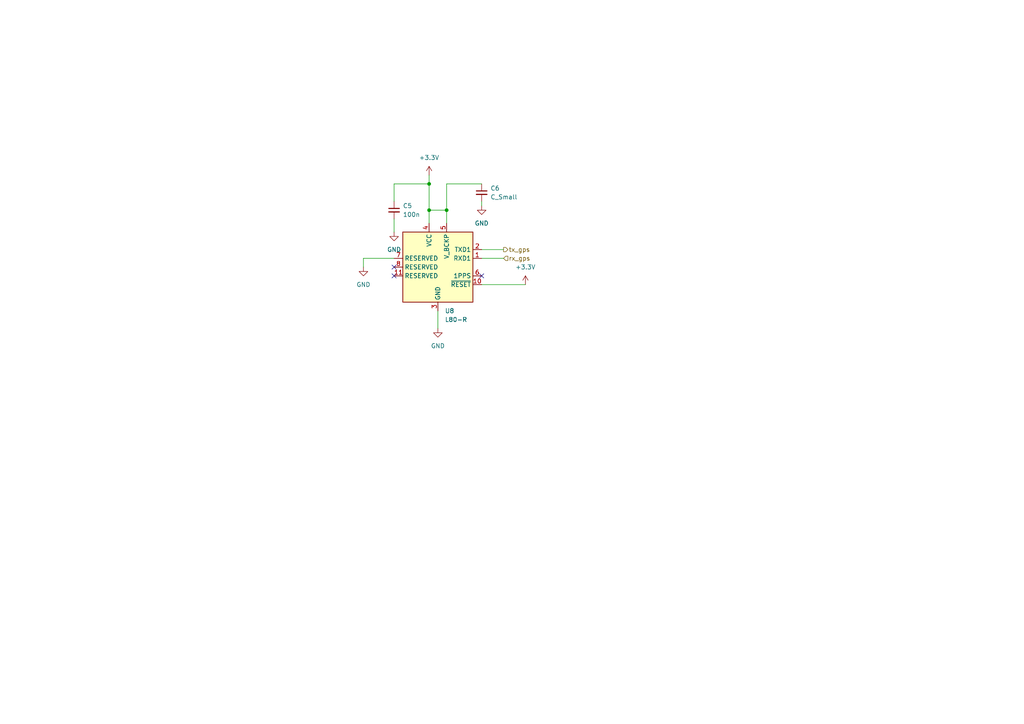
<source format=kicad_sch>
(kicad_sch (version 20211123) (generator eeschema)

  (uuid adc56b90-23c5-4132-880e-15d702c52477)

  (paper "A4")

  (lib_symbols
    (symbol "Device:C_Small" (pin_numbers hide) (pin_names (offset 0.254) hide) (in_bom yes) (on_board yes)
      (property "Reference" "C" (id 0) (at 0.254 1.778 0)
        (effects (font (size 1.27 1.27)) (justify left))
      )
      (property "Value" "C_Small" (id 1) (at 0.254 -2.032 0)
        (effects (font (size 1.27 1.27)) (justify left))
      )
      (property "Footprint" "" (id 2) (at 0 0 0)
        (effects (font (size 1.27 1.27)) hide)
      )
      (property "Datasheet" "~" (id 3) (at 0 0 0)
        (effects (font (size 1.27 1.27)) hide)
      )
      (property "ki_keywords" "capacitor cap" (id 4) (at 0 0 0)
        (effects (font (size 1.27 1.27)) hide)
      )
      (property "ki_description" "Unpolarized capacitor, small symbol" (id 5) (at 0 0 0)
        (effects (font (size 1.27 1.27)) hide)
      )
      (property "ki_fp_filters" "C_*" (id 6) (at 0 0 0)
        (effects (font (size 1.27 1.27)) hide)
      )
      (symbol "C_Small_0_1"
        (polyline
          (pts
            (xy -1.524 -0.508)
            (xy 1.524 -0.508)
          )
          (stroke (width 0.3302) (type default) (color 0 0 0 0))
          (fill (type none))
        )
        (polyline
          (pts
            (xy -1.524 0.508)
            (xy 1.524 0.508)
          )
          (stroke (width 0.3048) (type default) (color 0 0 0 0))
          (fill (type none))
        )
      )
      (symbol "C_Small_1_1"
        (pin passive line (at 0 2.54 270) (length 2.032)
          (name "~" (effects (font (size 1.27 1.27))))
          (number "1" (effects (font (size 1.27 1.27))))
        )
        (pin passive line (at 0 -2.54 90) (length 2.032)
          (name "~" (effects (font (size 1.27 1.27))))
          (number "2" (effects (font (size 1.27 1.27))))
        )
      )
    )
    (symbol "RF_GPS:L80-R" (in_bom yes) (on_board yes)
      (property "Reference" "U" (id 0) (at -10.16 11.43 0)
        (effects (font (size 1.27 1.27)) (justify left))
      )
      (property "Value" "L80-R" (id 1) (at 10.16 11.43 0)
        (effects (font (size 1.27 1.27)) (justify right))
      )
      (property "Footprint" "RF_GPS:Quectel_L80-R" (id 2) (at 0 -22.86 0)
        (effects (font (size 1.27 1.27)) hide)
      )
      (property "Datasheet" "https://www.quectel.com/UploadImage/Downlad/Quectel_L80-R_Hardware_Design_V1.2.pdf" (id 3) (at 0 0 0)
        (effects (font (size 1.27 1.27)) hide)
      )
      (property "ki_keywords" "quectel GPS GNSS module" (id 4) (at 0 0 0)
        (effects (font (size 1.27 1.27)) hide)
      )
      (property "ki_description" "Quectel GPS Module" (id 5) (at 0 0 0)
        (effects (font (size 1.27 1.27)) hide)
      )
      (property "ki_fp_filters" "Quectel*L80*R*" (id 6) (at 0 0 0)
        (effects (font (size 1.27 1.27)) hide)
      )
      (symbol "L80-R_0_1"
        (rectangle (start -10.16 10.16) (end 10.16 -10.16)
          (stroke (width 0.254) (type default) (color 0 0 0 0))
          (fill (type background))
        )
      )
      (symbol "L80-R_1_1"
        (pin input line (at 12.7 2.54 180) (length 2.54)
          (name "RXD1" (effects (font (size 1.27 1.27))))
          (number "1" (effects (font (size 1.27 1.27))))
        )
        (pin input line (at 12.7 -5.08 180) (length 2.54)
          (name "~{RESET}" (effects (font (size 1.27 1.27))))
          (number "10" (effects (font (size 1.27 1.27))))
        )
        (pin passive line (at -12.7 -2.54 0) (length 2.54)
          (name "RESERVED" (effects (font (size 1.27 1.27))))
          (number "11" (effects (font (size 1.27 1.27))))
        )
        (pin passive line (at 0 -12.7 90) (length 2.54) hide
          (name "GND" (effects (font (size 1.27 1.27))))
          (number "12" (effects (font (size 1.27 1.27))))
        )
        (pin output line (at 12.7 5.08 180) (length 2.54)
          (name "TXD1" (effects (font (size 1.27 1.27))))
          (number "2" (effects (font (size 1.27 1.27))))
        )
        (pin power_in line (at 0 -12.7 90) (length 2.54)
          (name "GND" (effects (font (size 1.27 1.27))))
          (number "3" (effects (font (size 1.27 1.27))))
        )
        (pin power_in line (at -2.54 12.7 270) (length 2.54)
          (name "VCC" (effects (font (size 1.27 1.27))))
          (number "4" (effects (font (size 1.27 1.27))))
        )
        (pin power_in line (at 2.54 12.7 270) (length 2.54)
          (name "V_BCKP" (effects (font (size 1.27 1.27))))
          (number "5" (effects (font (size 1.27 1.27))))
        )
        (pin output line (at 12.7 -2.54 180) (length 2.54)
          (name "1PPS" (effects (font (size 1.27 1.27))))
          (number "6" (effects (font (size 1.27 1.27))))
        )
        (pin passive line (at -12.7 2.54 0) (length 2.54)
          (name "RESERVED" (effects (font (size 1.27 1.27))))
          (number "7" (effects (font (size 1.27 1.27))))
        )
        (pin passive line (at -12.7 0 0) (length 2.54)
          (name "RESERVED" (effects (font (size 1.27 1.27))))
          (number "8" (effects (font (size 1.27 1.27))))
        )
        (pin no_connect line (at 10.16 0 180) (length 2.54) hide
          (name "NC" (effects (font (size 1.27 1.27))))
          (number "9" (effects (font (size 1.27 1.27))))
        )
      )
    )
    (symbol "power:+3.3V" (power) (pin_names (offset 0)) (in_bom yes) (on_board yes)
      (property "Reference" "#PWR" (id 0) (at 0 -3.81 0)
        (effects (font (size 1.27 1.27)) hide)
      )
      (property "Value" "+3.3V" (id 1) (at 0 3.556 0)
        (effects (font (size 1.27 1.27)))
      )
      (property "Footprint" "" (id 2) (at 0 0 0)
        (effects (font (size 1.27 1.27)) hide)
      )
      (property "Datasheet" "" (id 3) (at 0 0 0)
        (effects (font (size 1.27 1.27)) hide)
      )
      (property "ki_keywords" "power-flag" (id 4) (at 0 0 0)
        (effects (font (size 1.27 1.27)) hide)
      )
      (property "ki_description" "Power symbol creates a global label with name \"+3.3V\"" (id 5) (at 0 0 0)
        (effects (font (size 1.27 1.27)) hide)
      )
      (symbol "+3.3V_0_1"
        (polyline
          (pts
            (xy -0.762 1.27)
            (xy 0 2.54)
          )
          (stroke (width 0) (type default) (color 0 0 0 0))
          (fill (type none))
        )
        (polyline
          (pts
            (xy 0 0)
            (xy 0 2.54)
          )
          (stroke (width 0) (type default) (color 0 0 0 0))
          (fill (type none))
        )
        (polyline
          (pts
            (xy 0 2.54)
            (xy 0.762 1.27)
          )
          (stroke (width 0) (type default) (color 0 0 0 0))
          (fill (type none))
        )
      )
      (symbol "+3.3V_1_1"
        (pin power_in line (at 0 0 90) (length 0) hide
          (name "+3.3V" (effects (font (size 1.27 1.27))))
          (number "1" (effects (font (size 1.27 1.27))))
        )
      )
    )
    (symbol "power:GND" (power) (pin_names (offset 0)) (in_bom yes) (on_board yes)
      (property "Reference" "#PWR" (id 0) (at 0 -6.35 0)
        (effects (font (size 1.27 1.27)) hide)
      )
      (property "Value" "GND" (id 1) (at 0 -3.81 0)
        (effects (font (size 1.27 1.27)))
      )
      (property "Footprint" "" (id 2) (at 0 0 0)
        (effects (font (size 1.27 1.27)) hide)
      )
      (property "Datasheet" "" (id 3) (at 0 0 0)
        (effects (font (size 1.27 1.27)) hide)
      )
      (property "ki_keywords" "power-flag" (id 4) (at 0 0 0)
        (effects (font (size 1.27 1.27)) hide)
      )
      (property "ki_description" "Power symbol creates a global label with name \"GND\" , ground" (id 5) (at 0 0 0)
        (effects (font (size 1.27 1.27)) hide)
      )
      (symbol "GND_0_1"
        (polyline
          (pts
            (xy 0 0)
            (xy 0 -1.27)
            (xy 1.27 -1.27)
            (xy 0 -2.54)
            (xy -1.27 -1.27)
            (xy 0 -1.27)
          )
          (stroke (width 0) (type default) (color 0 0 0 0))
          (fill (type none))
        )
      )
      (symbol "GND_1_1"
        (pin power_in line (at 0 0 270) (length 0) hide
          (name "GND" (effects (font (size 1.27 1.27))))
          (number "1" (effects (font (size 1.27 1.27))))
        )
      )
    )
  )

  (junction (at 124.46 60.96) (diameter 0) (color 0 0 0 0)
    (uuid 18eac7c7-cb68-47ae-9a53-7d7b8276cbfe)
  )
  (junction (at 129.54 60.96) (diameter 0) (color 0 0 0 0)
    (uuid 989c38d1-7b67-4632-957c-0abd138af0fd)
  )
  (junction (at 124.46 53.34) (diameter 0) (color 0 0 0 0)
    (uuid e2074467-c158-4844-bbeb-a7bd1ae157b0)
  )

  (no_connect (at 114.3 80.01) (uuid 262ea6c6-dfbf-4e31-9e78-4d223c41e540))
  (no_connect (at 139.7 80.01) (uuid 4ec34c27-ee08-4283-9565-85011218b15b))
  (no_connect (at 114.3 77.47) (uuid a50820e1-c3fc-4612-b30e-5ff637f50343))

  (wire (pts (xy 114.3 53.34) (xy 124.46 53.34))
    (stroke (width 0) (type default) (color 0 0 0 0))
    (uuid 1cc06321-14eb-4a12-a1cd-f81aac513d59)
  )
  (wire (pts (xy 114.3 63.5) (xy 114.3 67.31))
    (stroke (width 0) (type default) (color 0 0 0 0))
    (uuid 1ff8b663-ac64-49b2-9d71-501432bfabb3)
  )
  (wire (pts (xy 114.3 74.93) (xy 105.41 74.93))
    (stroke (width 0) (type default) (color 0 0 0 0))
    (uuid 272cfbb8-016c-487e-abd8-2b9dd3234421)
  )
  (wire (pts (xy 139.7 53.34) (xy 129.54 53.34))
    (stroke (width 0) (type default) (color 0 0 0 0))
    (uuid 3a1cdfe5-756d-4983-bf0e-20f20db0cce7)
  )
  (wire (pts (xy 124.46 53.34) (xy 124.46 60.96))
    (stroke (width 0) (type default) (color 0 0 0 0))
    (uuid 3b5b7f70-0f13-4a2b-8c9d-ed16ac094c00)
  )
  (wire (pts (xy 127 90.17) (xy 127 95.25))
    (stroke (width 0) (type default) (color 0 0 0 0))
    (uuid 4f2d2855-ce72-4430-8ae1-9f264a0dce43)
  )
  (wire (pts (xy 129.54 53.34) (xy 129.54 60.96))
    (stroke (width 0) (type default) (color 0 0 0 0))
    (uuid 6f544439-5b4d-4026-9dee-752a53b4b6f1)
  )
  (wire (pts (xy 139.7 72.39) (xy 146.05 72.39))
    (stroke (width 0) (type default) (color 0 0 0 0))
    (uuid 74609a2a-23e7-4618-b5a6-02604b11dc4a)
  )
  (wire (pts (xy 124.46 60.96) (xy 124.46 64.77))
    (stroke (width 0) (type default) (color 0 0 0 0))
    (uuid 8db56765-2441-438d-a8c8-58a4f4cab77b)
  )
  (wire (pts (xy 139.7 74.93) (xy 146.05 74.93))
    (stroke (width 0) (type default) (color 0 0 0 0))
    (uuid 90c59bb4-6351-4c34-adc6-3e69b8702254)
  )
  (wire (pts (xy 124.46 60.96) (xy 129.54 60.96))
    (stroke (width 0) (type default) (color 0 0 0 0))
    (uuid bacb5176-47c1-40cb-8751-9985d1ba2b91)
  )
  (wire (pts (xy 139.7 82.55) (xy 152.4 82.55))
    (stroke (width 0) (type default) (color 0 0 0 0))
    (uuid be0f95d7-b5c7-4095-9820-9fdbafee9999)
  )
  (wire (pts (xy 105.41 74.93) (xy 105.41 77.47))
    (stroke (width 0) (type default) (color 0 0 0 0))
    (uuid c10e5751-e29c-4bdf-b878-13f1232aac21)
  )
  (wire (pts (xy 129.54 60.96) (xy 129.54 64.77))
    (stroke (width 0) (type default) (color 0 0 0 0))
    (uuid d46274e6-4809-44aa-a0dc-e01cde74706b)
  )
  (wire (pts (xy 124.46 50.8) (xy 124.46 53.34))
    (stroke (width 0) (type default) (color 0 0 0 0))
    (uuid d7374a73-30cb-4788-a083-3f205a095708)
  )
  (wire (pts (xy 139.7 58.42) (xy 139.7 59.69))
    (stroke (width 0) (type default) (color 0 0 0 0))
    (uuid ee61fdf7-d229-48b6-afa9-e6774b458b7e)
  )
  (wire (pts (xy 114.3 58.42) (xy 114.3 53.34))
    (stroke (width 0) (type default) (color 0 0 0 0))
    (uuid fb93bb4f-d2e2-464a-9d47-3c4cdff1d614)
  )

  (hierarchical_label "rx_gps" (shape input) (at 146.05 74.93 0)
    (effects (font (size 1.27 1.27)) (justify left))
    (uuid 190dba69-01ef-4122-bd94-725b42f90fa2)
  )
  (hierarchical_label "tx_gps" (shape output) (at 146.05 72.39 0)
    (effects (font (size 1.27 1.27)) (justify left))
    (uuid ed39e19e-1fce-45b7-9831-667ad12a45ce)
  )

  (symbol (lib_id "power:GND") (at 105.41 77.47 0) (unit 1)
    (in_bom yes) (on_board yes) (fields_autoplaced)
    (uuid 0a44785f-2110-412d-96eb-6722a7a5ab1f)
    (property "Reference" "#PWR0120" (id 0) (at 105.41 83.82 0)
      (effects (font (size 1.27 1.27)) hide)
    )
    (property "Value" "GND" (id 1) (at 105.41 82.55 0))
    (property "Footprint" "" (id 2) (at 105.41 77.47 0)
      (effects (font (size 1.27 1.27)) hide)
    )
    (property "Datasheet" "" (id 3) (at 105.41 77.47 0)
      (effects (font (size 1.27 1.27)) hide)
    )
    (pin "1" (uuid b19e1453-188d-45c9-abd1-dc09d3a9599e))
  )

  (symbol (lib_id "power:+3.3V") (at 152.4 82.55 0) (unit 1)
    (in_bom yes) (on_board yes) (fields_autoplaced)
    (uuid 10b923c3-065c-4023-9bbc-30cd7bf2354c)
    (property "Reference" "#PWR0117" (id 0) (at 152.4 86.36 0)
      (effects (font (size 1.27 1.27)) hide)
    )
    (property "Value" "+3.3V" (id 1) (at 152.4 77.47 0))
    (property "Footprint" "" (id 2) (at 152.4 82.55 0)
      (effects (font (size 1.27 1.27)) hide)
    )
    (property "Datasheet" "" (id 3) (at 152.4 82.55 0)
      (effects (font (size 1.27 1.27)) hide)
    )
    (pin "1" (uuid 252393a6-9451-4fe9-8775-404634244c08))
  )

  (symbol (lib_id "power:+3.3V") (at 124.46 50.8 0) (unit 1)
    (in_bom yes) (on_board yes) (fields_autoplaced)
    (uuid 1ee81a30-611e-4380-9177-1ef7628139f5)
    (property "Reference" "#PWR0121" (id 0) (at 124.46 54.61 0)
      (effects (font (size 1.27 1.27)) hide)
    )
    (property "Value" "+3.3V" (id 1) (at 124.46 45.72 0))
    (property "Footprint" "" (id 2) (at 124.46 50.8 0)
      (effects (font (size 1.27 1.27)) hide)
    )
    (property "Datasheet" "" (id 3) (at 124.46 50.8 0)
      (effects (font (size 1.27 1.27)) hide)
    )
    (pin "1" (uuid 38695acc-c713-44ee-950c-42c4b70f552f))
  )

  (symbol (lib_id "power:GND") (at 114.3 67.31 0) (unit 1)
    (in_bom yes) (on_board yes) (fields_autoplaced)
    (uuid 3e0f4f79-4856-4617-b244-84c8dc7f82b6)
    (property "Reference" "#PWR0119" (id 0) (at 114.3 73.66 0)
      (effects (font (size 1.27 1.27)) hide)
    )
    (property "Value" "GND" (id 1) (at 114.3 72.39 0))
    (property "Footprint" "" (id 2) (at 114.3 67.31 0)
      (effects (font (size 1.27 1.27)) hide)
    )
    (property "Datasheet" "" (id 3) (at 114.3 67.31 0)
      (effects (font (size 1.27 1.27)) hide)
    )
    (pin "1" (uuid 3d632bf8-1ccc-41db-8c3e-b4ed0d13bab6))
  )

  (symbol (lib_id "power:GND") (at 127 95.25 0) (unit 1)
    (in_bom yes) (on_board yes) (fields_autoplaced)
    (uuid 4a1d957d-a892-401c-acb1-232be5e47fcd)
    (property "Reference" "#PWR0118" (id 0) (at 127 101.6 0)
      (effects (font (size 1.27 1.27)) hide)
    )
    (property "Value" "GND" (id 1) (at 127 100.33 0))
    (property "Footprint" "" (id 2) (at 127 95.25 0)
      (effects (font (size 1.27 1.27)) hide)
    )
    (property "Datasheet" "" (id 3) (at 127 95.25 0)
      (effects (font (size 1.27 1.27)) hide)
    )
    (pin "1" (uuid 1969cc47-479b-45a1-9e25-ffbda3128b02))
  )

  (symbol (lib_id "power:GND") (at 139.7 59.69 0) (unit 1)
    (in_bom yes) (on_board yes) (fields_autoplaced)
    (uuid 6176477c-2d79-4b1c-bbc1-9ffbe420b03a)
    (property "Reference" "#PWR0116" (id 0) (at 139.7 66.04 0)
      (effects (font (size 1.27 1.27)) hide)
    )
    (property "Value" "GND" (id 1) (at 139.7 64.77 0))
    (property "Footprint" "" (id 2) (at 139.7 59.69 0)
      (effects (font (size 1.27 1.27)) hide)
    )
    (property "Datasheet" "" (id 3) (at 139.7 59.69 0)
      (effects (font (size 1.27 1.27)) hide)
    )
    (pin "1" (uuid b5afd424-6853-4f12-846e-da03aa461e01))
  )

  (symbol (lib_id "RF_GPS:L80-R") (at 127 77.47 0) (unit 1)
    (in_bom yes) (on_board yes) (fields_autoplaced)
    (uuid 712bd423-afa1-4088-9564-2d6002f8925c)
    (property "Reference" "U8" (id 0) (at 129.0194 90.17 0)
      (effects (font (size 1.27 1.27)) (justify left))
    )
    (property "Value" "L80-R" (id 1) (at 129.0194 92.71 0)
      (effects (font (size 1.27 1.27)) (justify left))
    )
    (property "Footprint" "Components:Quectel_L80-R" (id 2) (at 127 100.33 0)
      (effects (font (size 1.27 1.27)) hide)
    )
    (property "Datasheet" "https://www.quectel.com/UploadImage/Downlad/Quectel_L80-R_Hardware_Design_V1.2.pdf" (id 3) (at 127 77.47 0)
      (effects (font (size 1.27 1.27)) hide)
    )
    (pin "1" (uuid b93eeef0-88a9-4490-98bd-b69fedc16dd7))
    (pin "10" (uuid b0251340-745b-4624-a674-d4158f661099))
    (pin "11" (uuid 1f6e3891-1356-4292-894f-ae2ee9106d20))
    (pin "12" (uuid 840bd2f0-70d4-49e2-b7d2-cb309b439f46))
    (pin "2" (uuid 08459150-6b3a-45b4-8d59-64c1061525f0))
    (pin "3" (uuid 1641f9f1-d748-4cd8-9b96-a5f94a36224a))
    (pin "4" (uuid 44264721-3cef-4ece-8cd8-02ecee1809a6))
    (pin "5" (uuid f78bdca9-2005-419e-a870-369f5c6faaaf))
    (pin "6" (uuid c80ebf30-1a6e-46e5-a530-3f9ab626a193))
    (pin "7" (uuid 440f2809-5fb0-47de-b611-719b53aea600))
    (pin "8" (uuid 028037ab-b5d2-446f-8497-e0cae233e7de))
    (pin "9" (uuid 84ebcc11-85ce-41df-ae62-0cffa58f8f79))
  )

  (symbol (lib_id "Device:C_Small") (at 139.7 55.88 0) (unit 1)
    (in_bom yes) (on_board yes) (fields_autoplaced)
    (uuid c7486b49-222d-4ef7-a3f0-5af8a9deef3b)
    (property "Reference" "C6" (id 0) (at 142.24 54.6162 0)
      (effects (font (size 1.27 1.27)) (justify left))
    )
    (property "Value" "C_Small" (id 1) (at 142.24 57.1562 0)
      (effects (font (size 1.27 1.27)) (justify left))
    )
    (property "Footprint" "Capacitor_SMD:C_0603_1608Metric" (id 2) (at 139.7 55.88 0)
      (effects (font (size 1.27 1.27)) hide)
    )
    (property "Datasheet" "~" (id 3) (at 139.7 55.88 0)
      (effects (font (size 1.27 1.27)) hide)
    )
    (pin "1" (uuid b50641d6-04e5-4265-af0a-1b570046c4e3))
    (pin "2" (uuid e284ed4d-2183-4842-832f-2a44c749587d))
  )

  (symbol (lib_id "Device:C_Small") (at 114.3 60.96 0) (unit 1)
    (in_bom yes) (on_board yes) (fields_autoplaced)
    (uuid f1b67ddc-4030-472b-9ff4-81aff1b95ef0)
    (property "Reference" "C5" (id 0) (at 116.84 59.6962 0)
      (effects (font (size 1.27 1.27)) (justify left))
    )
    (property "Value" "100n" (id 1) (at 116.84 62.2362 0)
      (effects (font (size 1.27 1.27)) (justify left))
    )
    (property "Footprint" "Capacitor_SMD:C_0603_1608Metric" (id 2) (at 114.3 60.96 0)
      (effects (font (size 1.27 1.27)) hide)
    )
    (property "Datasheet" "~" (id 3) (at 114.3 60.96 0)
      (effects (font (size 1.27 1.27)) hide)
    )
    (pin "1" (uuid a72cf881-4579-4d18-85b3-82db69a420e9))
    (pin "2" (uuid 8bb8454f-e9bb-41a1-821b-0441b9abbbe1))
  )
)

</source>
